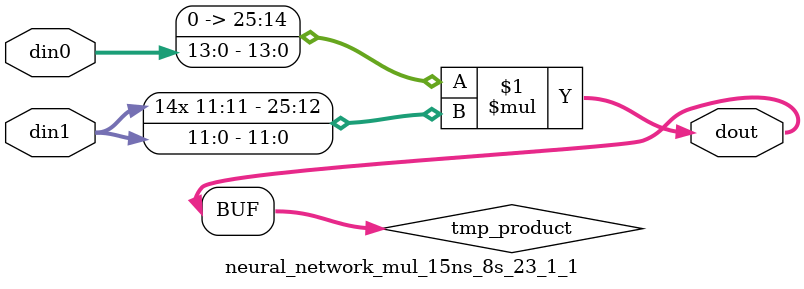
<source format=v>

`timescale 1 ns / 1 ps

  module neural_network_mul_15ns_8s_23_1_1(din0, din1, dout);
parameter ID = 1;
parameter NUM_STAGE = 0;
parameter din0_WIDTH = 14;
parameter din1_WIDTH = 12;
parameter dout_WIDTH = 26;

input [din0_WIDTH - 1 : 0] din0; 
input [din1_WIDTH - 1 : 0] din1; 
output [dout_WIDTH - 1 : 0] dout;

wire signed [dout_WIDTH - 1 : 0] tmp_product;











assign tmp_product = $signed({1'b0, din0}) * $signed(din1);










assign dout = tmp_product;







endmodule

</source>
